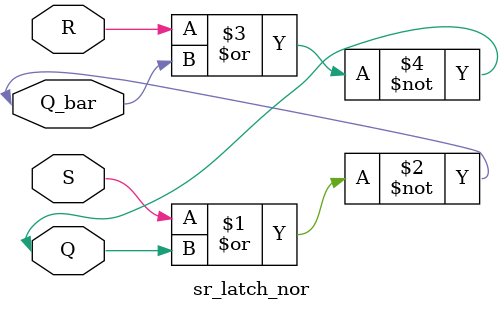
<source format=v>
`timescale 1ns / 1ns
module sr_latch_nor(
    input S, // Active-high Set
    input R, // Active-high Reset
    inout Q,
    inout Q_bar
);

    // Instantiate NOR gates
    nor n1(Q_bar, S, Q);
    nor n2(Q, R, Q_bar);

endmodule : sr_latch_nor


</source>
